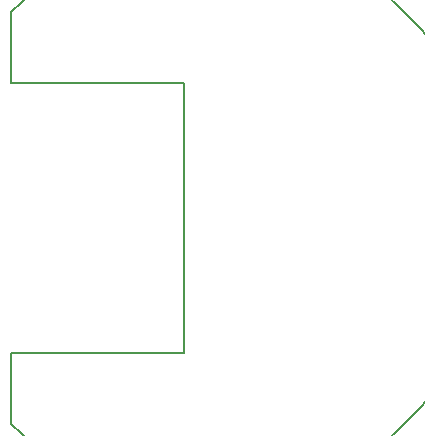
<source format=gbr>
%TF.GenerationSoftware,KiCad,Pcbnew,(6.0.1)*%
%TF.CreationDate,2022-04-08T22:05:58-07:00*%
%TF.ProjectId,well-depth-battery,77656c6c-2d64-4657-9074-682d62617474,1*%
%TF.SameCoordinates,Original*%
%TF.FileFunction,Profile,NP*%
%FSLAX46Y46*%
G04 Gerber Fmt 4.6, Leading zero omitted, Abs format (unit mm)*
G04 Created by KiCad (PCBNEW (6.0.1)) date 2022-04-08 22:05:58*
%MOMM*%
%LPD*%
G01*
G04 APERTURE LIST*
%TA.AperFunction,Profile*%
%ADD10C,0.200000*%
%TD*%
G04 APERTURE END LIST*
D10*
X69363001Y-116477617D02*
G75*
G03*
X69363001Y-81522383I16643709J17477617D01*
G01*
X69363000Y-87570000D02*
X83968000Y-87570000D01*
X69363000Y-110430000D02*
X69363000Y-116477618D01*
X83968000Y-110430000D02*
X69363000Y-110430000D01*
X69363000Y-87570000D02*
X69363000Y-81522382D01*
X83968000Y-87570000D02*
X83968000Y-110430000D01*
M02*

</source>
